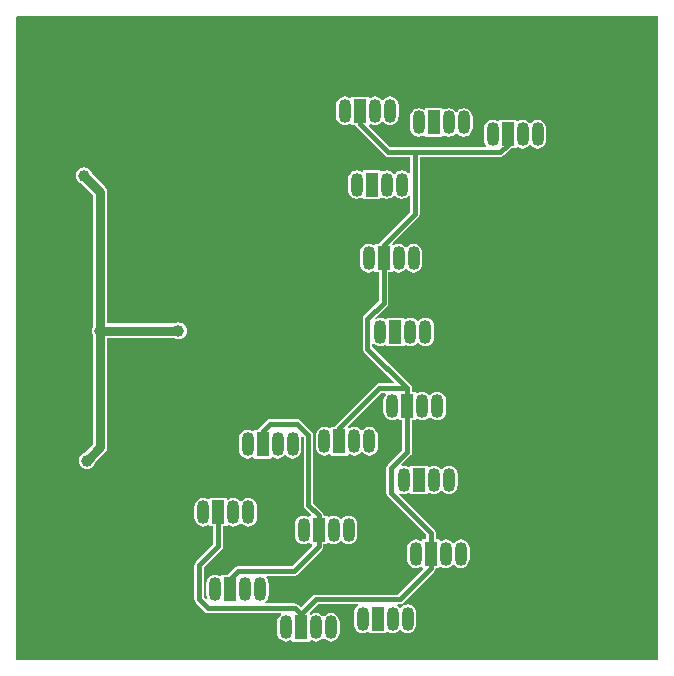
<source format=gtl>
%FSLAX25Y25*%
%MOIN*%
G70*
G01*
G75*
G04 Layer_Physical_Order=1*
G04 Layer_Color=255*
%ADD10C,0.03150*%
%ADD11C,0.01575*%
%ADD12O,0.04213X0.07874*%
%ADD13R,0.04213X0.07874*%
%ADD14C,0.03937*%
G36*
X215059Y215551D02*
Y984D01*
X984D01*
Y215198D01*
X1338Y215551D01*
X215059Y215551D01*
D02*
G37*
%LPC*%
G36*
X23622Y165181D02*
X22903Y165087D01*
X22232Y164809D01*
X21657Y164367D01*
X21215Y163792D01*
X20937Y163121D01*
X20842Y162402D01*
X20937Y161682D01*
X21215Y161012D01*
X21657Y160436D01*
X22232Y159994D01*
X22900Y159718D01*
X26627Y155991D01*
Y112115D01*
X26351Y111448D01*
X26256Y110728D01*
X26351Y110009D01*
X26627Y109342D01*
Y72848D01*
X23884Y70105D01*
X23216Y69829D01*
X22641Y69387D01*
X22199Y68811D01*
X21921Y68141D01*
X21827Y67421D01*
X21921Y66702D01*
X22199Y66031D01*
X22641Y65456D01*
X23216Y65014D01*
X23887Y64736D01*
X24606Y64642D01*
X25326Y64736D01*
X25996Y65014D01*
X26572Y65456D01*
X27014Y66031D01*
X27290Y66699D01*
X30738Y70147D01*
X31051Y70616D01*
X31261Y70929D01*
X31444Y71850D01*
Y108320D01*
X53731D01*
X54399Y108043D01*
X55118Y107949D01*
X55838Y108043D01*
X56508Y108321D01*
X57084Y108763D01*
X57525Y109339D01*
X57803Y110009D01*
X57898Y110728D01*
X57803Y111448D01*
X57525Y112118D01*
X57084Y112694D01*
X56508Y113136D01*
X55838Y113413D01*
X55118Y113508D01*
X54399Y113413D01*
X53731Y113137D01*
X31444D01*
Y156988D01*
X31261Y157910D01*
X30738Y158691D01*
X26306Y163124D01*
X26029Y163792D01*
X25588Y164367D01*
X25012Y164809D01*
X24341Y165087D01*
X23622Y165181D01*
D02*
G37*
G36*
X125610Y188804D02*
X124855Y188705D01*
X124151Y188414D01*
X123547Y187950D01*
X123360Y187707D01*
X122860D01*
X122674Y187950D01*
X122070Y188414D01*
X121366Y188705D01*
X120610Y188804D01*
X119855Y188705D01*
X119151Y188414D01*
X119004Y188301D01*
X118504Y188547D01*
Y188780D01*
X112717D01*
Y188547D01*
X112217Y188301D01*
X112070Y188414D01*
X111366Y188705D01*
X110610Y188804D01*
X109855Y188705D01*
X109151Y188414D01*
X108546Y187950D01*
X108083Y187345D01*
X107791Y186641D01*
X107692Y185886D01*
Y182225D01*
X107791Y181469D01*
X108083Y180765D01*
X108546Y180161D01*
X109151Y179697D01*
X109855Y179405D01*
X110610Y179306D01*
X111366Y179405D01*
X112070Y179697D01*
X112217Y179810D01*
X112717Y179563D01*
Y179331D01*
X114071D01*
X114107Y179153D01*
X114127Y179051D01*
X114475Y178530D01*
X123865Y169140D01*
X124386Y168792D01*
X124487Y168772D01*
X125000Y168670D01*
X125000Y168670D01*
X132253D01*
Y163329D01*
X131753Y163159D01*
X131611Y163343D01*
X131007Y163807D01*
X130303Y164099D01*
X129547Y164198D01*
X128792Y164099D01*
X128088Y163807D01*
X127483Y163343D01*
X127297Y163101D01*
X126797D01*
X126611Y163343D01*
X126007Y163807D01*
X125303Y164099D01*
X124547Y164198D01*
X123792Y164099D01*
X123088Y163807D01*
X122941Y163695D01*
X122441Y163941D01*
Y164173D01*
X116654D01*
Y163941D01*
X116154Y163695D01*
X116007Y163807D01*
X115303Y164099D01*
X114547Y164198D01*
X113792Y164099D01*
X113088Y163807D01*
X112484Y163343D01*
X112020Y162739D01*
X111728Y162035D01*
X111629Y161280D01*
Y157618D01*
X111728Y156863D01*
X112020Y156159D01*
X112484Y155554D01*
X113088Y155090D01*
X113792Y154799D01*
X114547Y154700D01*
X115303Y154799D01*
X116007Y155090D01*
X116154Y155203D01*
X116654Y154957D01*
Y154725D01*
X122441D01*
Y154957D01*
X122941Y155203D01*
X123088Y155090D01*
X123792Y154799D01*
X124547Y154700D01*
X125303Y154799D01*
X126007Y155090D01*
X126611Y155554D01*
X126797Y155797D01*
X127297D01*
X127483Y155554D01*
X128088Y155090D01*
X128792Y154799D01*
X129547Y154700D01*
X130303Y154799D01*
X131007Y155090D01*
X131611Y155554D01*
X131753Y155739D01*
X132253Y155569D01*
Y150271D01*
X122349Y140368D01*
X122001Y139847D01*
X121981Y139745D01*
X121945Y139567D01*
X120591D01*
Y139335D01*
X120091Y139088D01*
X119944Y139201D01*
X119240Y139492D01*
X118484Y139592D01*
X117729Y139492D01*
X117025Y139201D01*
X116420Y138737D01*
X115957Y138133D01*
X115665Y137429D01*
X115566Y136673D01*
Y133012D01*
X115665Y132256D01*
X115957Y131553D01*
X116420Y130948D01*
X117025Y130484D01*
X117729Y130193D01*
X118484Y130093D01*
X119240Y130193D01*
X119944Y130484D01*
X120091Y130597D01*
X120591Y130350D01*
Y130118D01*
X121879D01*
Y120704D01*
X116975Y115801D01*
X116627Y115280D01*
X116607Y115178D01*
X116505Y114665D01*
X116505Y114665D01*
Y104784D01*
X116505Y104783D01*
X116607Y104271D01*
X116627Y104169D01*
X116975Y103648D01*
X127020Y93603D01*
X126829Y93141D01*
X122047D01*
X121433Y93019D01*
X120912Y92671D01*
X120912Y92671D01*
X107585Y79344D01*
X107237Y78823D01*
X107217Y78721D01*
X107181Y78543D01*
X105827D01*
Y78311D01*
X105327Y78065D01*
X105180Y78177D01*
X104476Y78469D01*
X103720Y78568D01*
X102965Y78469D01*
X102261Y78177D01*
X101657Y77714D01*
X101193Y77109D01*
X100901Y76405D01*
X100802Y75650D01*
Y71988D01*
X100901Y71233D01*
X101193Y70529D01*
X101657Y69924D01*
X102261Y69461D01*
X102965Y69169D01*
X103720Y69070D01*
X104476Y69169D01*
X105180Y69461D01*
X105327Y69573D01*
X105827Y69327D01*
Y69095D01*
X111614D01*
Y69327D01*
X112114Y69573D01*
X112261Y69461D01*
X112965Y69169D01*
X113721Y69070D01*
X114476Y69169D01*
X115180Y69461D01*
X115784Y69924D01*
X115971Y70167D01*
X116471D01*
X116657Y69924D01*
X117261Y69461D01*
X117965Y69169D01*
X118720Y69070D01*
X119476Y69169D01*
X120180Y69461D01*
X120784Y69924D01*
X121248Y70529D01*
X121540Y71233D01*
X121639Y71988D01*
Y75650D01*
X121540Y76405D01*
X121248Y77109D01*
X120784Y77714D01*
X120180Y78177D01*
X119476Y78469D01*
X118720Y78568D01*
X117965Y78469D01*
X117261Y78177D01*
X116657Y77714D01*
X116471Y77471D01*
X115971D01*
X115784Y77714D01*
X115180Y78177D01*
X114476Y78469D01*
X113721Y78568D01*
X112965Y78469D01*
X112261Y78177D01*
X112114Y78065D01*
X111909Y78166D01*
X111614Y78543D01*
X111767Y78984D01*
X122712Y89930D01*
X124073D01*
X124222Y89430D01*
X123831Y88920D01*
X123539Y88216D01*
X123440Y87461D01*
Y83799D01*
X123539Y83044D01*
X123831Y82340D01*
X124294Y81735D01*
X124899Y81272D01*
X125603Y80980D01*
X126358Y80881D01*
X127114Y80980D01*
X127818Y81272D01*
X127965Y81384D01*
X128465Y81138D01*
Y80906D01*
X129753D01*
Y71000D01*
X124849Y66096D01*
X124501Y65575D01*
X124481Y65473D01*
X124379Y64961D01*
X124379Y64961D01*
Y56595D01*
X124379Y56595D01*
X124481Y56082D01*
X124501Y55980D01*
X124849Y55459D01*
X137627Y42681D01*
Y41142D01*
X136339D01*
Y40909D01*
X135839Y40663D01*
X135692Y40776D01*
X134988Y41067D01*
X134232Y41167D01*
X133477Y41067D01*
X132773Y40776D01*
X132168Y40312D01*
X131705Y39707D01*
X131413Y39004D01*
X131314Y38248D01*
Y34587D01*
X131413Y33831D01*
X131705Y33127D01*
X132168Y32523D01*
X132773Y32059D01*
X133477Y31767D01*
X134232Y31668D01*
X134988Y31767D01*
X135692Y32059D01*
X135839Y32172D01*
X136339Y31925D01*
Y31693D01*
X136545D01*
X136736Y31231D01*
X128272Y22767D01*
X100886D01*
X100886Y22767D01*
X100373Y22665D01*
X100271Y22645D01*
X99751Y22297D01*
X95925Y18472D01*
X95053Y19344D01*
X94532Y19692D01*
X94430Y19712D01*
X93917Y19814D01*
X93917Y19814D01*
X83982D01*
X83904Y19968D01*
X83849Y20314D01*
X84367Y20712D01*
X84831Y21316D01*
X85122Y22020D01*
X85222Y22776D01*
Y26437D01*
X85122Y27193D01*
X84831Y27896D01*
X84440Y28406D01*
X84589Y28906D01*
X93504D01*
X93504Y28906D01*
X94016Y29008D01*
X94118Y29028D01*
X94639Y29377D01*
X102966Y37703D01*
X103314Y38224D01*
X103436Y38839D01*
Y39567D01*
X104725D01*
Y39799D01*
X105225Y40046D01*
X105371Y39933D01*
X106075Y39641D01*
X106831Y39542D01*
X107586Y39641D01*
X108290Y39933D01*
X108895Y40397D01*
X109081Y40639D01*
X109581D01*
X109767Y40397D01*
X110371Y39933D01*
X111075Y39641D01*
X111831Y39542D01*
X112586Y39641D01*
X113290Y39933D01*
X113895Y40397D01*
X114358Y41001D01*
X114650Y41705D01*
X114749Y42461D01*
Y46122D01*
X114650Y46878D01*
X114358Y47581D01*
X113895Y48186D01*
X113290Y48650D01*
X112586Y48941D01*
X111831Y49041D01*
X111075Y48941D01*
X110371Y48650D01*
X109767Y48186D01*
X109581Y47943D01*
X109081D01*
X108895Y48186D01*
X108290Y48650D01*
X107586Y48941D01*
X106831Y49041D01*
X106075Y48941D01*
X105371Y48650D01*
X105225Y48537D01*
X104725Y48784D01*
Y49016D01*
X103834D01*
X103436Y49252D01*
X103334Y49764D01*
X103314Y49867D01*
X102966Y50387D01*
X102966Y50387D01*
X100031Y53323D01*
Y75788D01*
X99909Y76402D01*
X99561Y76923D01*
X99561Y76923D01*
X95624Y80860D01*
X95103Y81208D01*
X95001Y81228D01*
X94488Y81330D01*
X94488Y81330D01*
X85630D01*
X85015Y81208D01*
X84495Y80860D01*
X84495Y80860D01*
X81995Y78360D01*
X81647Y77839D01*
X81626Y77737D01*
X81591Y77559D01*
X80236D01*
Y77327D01*
X79736Y77080D01*
X79589Y77193D01*
X78885Y77485D01*
X78130Y77584D01*
X77375Y77485D01*
X76671Y77193D01*
X76066Y76729D01*
X75602Y76125D01*
X75311Y75421D01*
X75211Y74665D01*
Y71004D01*
X75311Y70249D01*
X75602Y69545D01*
X76066Y68940D01*
X76671Y68476D01*
X77375Y68185D01*
X78130Y68085D01*
X78885Y68185D01*
X79589Y68476D01*
X79736Y68589D01*
X80236Y68343D01*
Y68110D01*
X86024D01*
Y68343D01*
X86524Y68589D01*
X86671Y68476D01*
X87375Y68185D01*
X88130Y68085D01*
X88885Y68185D01*
X89589Y68476D01*
X90194Y68940D01*
X90380Y69183D01*
X90880D01*
X91066Y68940D01*
X91671Y68476D01*
X92374Y68185D01*
X93130Y68085D01*
X93885Y68185D01*
X94589Y68476D01*
X95194Y68940D01*
X95658Y69545D01*
X95949Y70249D01*
X96049Y71004D01*
Y74665D01*
X95970Y75265D01*
X96430Y75512D01*
X96820Y75122D01*
Y52658D01*
X96820Y52658D01*
X96921Y52145D01*
X96942Y52043D01*
X97290Y51522D01*
X99334Y49478D01*
X99143Y49016D01*
X98937D01*
Y48784D01*
X98437Y48537D01*
X98290Y48650D01*
X97586Y48941D01*
X96831Y49041D01*
X96075Y48941D01*
X95371Y48650D01*
X94767Y48186D01*
X94303Y47581D01*
X94011Y46878D01*
X93912Y46122D01*
Y42461D01*
X94011Y41705D01*
X94303Y41001D01*
X94767Y40397D01*
X95371Y39933D01*
X96075Y39641D01*
X96831Y39542D01*
X97586Y39641D01*
X98290Y39933D01*
X98437Y40046D01*
X98937Y39799D01*
Y39567D01*
X99581D01*
X99788Y39067D01*
X92839Y32118D01*
X74803D01*
X74189Y31995D01*
X73668Y31647D01*
X73668Y31647D01*
X71351Y29331D01*
X69410D01*
Y29098D01*
X68910Y28852D01*
X68762Y28965D01*
X68059Y29256D01*
X67303Y29356D01*
X66548Y29256D01*
X65844Y28965D01*
X65239Y28501D01*
X64776Y27896D01*
X64484Y27193D01*
X64385Y26437D01*
Y22776D01*
X64484Y22020D01*
X64736Y21411D01*
X64312Y21128D01*
X63614Y21827D01*
Y31815D01*
X69502Y37703D01*
X69502Y37703D01*
X69850Y38224D01*
X69972Y38839D01*
Y45472D01*
X71260D01*
Y45705D01*
X71760Y45951D01*
X71907Y45838D01*
X72611Y45547D01*
X73366Y45447D01*
X74122Y45547D01*
X74826Y45838D01*
X75430Y46302D01*
X75616Y46545D01*
X76116D01*
X76302Y46302D01*
X76907Y45838D01*
X77611Y45547D01*
X78366Y45447D01*
X79122Y45547D01*
X79826Y45838D01*
X80430Y46302D01*
X80894Y46907D01*
X81185Y47611D01*
X81285Y48366D01*
Y52028D01*
X81185Y52783D01*
X80894Y53487D01*
X80430Y54091D01*
X79826Y54555D01*
X79122Y54847D01*
X78366Y54946D01*
X77611Y54847D01*
X76907Y54555D01*
X76302Y54091D01*
X76116Y53849D01*
X75616D01*
X75430Y54091D01*
X74826Y54555D01*
X74122Y54847D01*
X73366Y54946D01*
X72611Y54847D01*
X71907Y54555D01*
X71760Y54443D01*
X71260Y54689D01*
Y54921D01*
X65473D01*
Y54689D01*
X64973Y54443D01*
X64825Y54555D01*
X64122Y54847D01*
X63366Y54946D01*
X62611Y54847D01*
X61907Y54555D01*
X61302Y54091D01*
X60839Y53487D01*
X60547Y52783D01*
X60448Y52028D01*
Y48366D01*
X60547Y47611D01*
X60839Y46907D01*
X61302Y46302D01*
X61907Y45838D01*
X62611Y45547D01*
X63366Y45447D01*
X64122Y45547D01*
X64825Y45838D01*
X64973Y45951D01*
X65473Y45705D01*
Y45472D01*
X66760D01*
Y39504D01*
X60873Y33616D01*
X60524Y33095D01*
X60504Y32993D01*
X60402Y32480D01*
X60402Y32480D01*
Y21161D01*
X60402Y21161D01*
X60504Y20649D01*
X60524Y20547D01*
X60873Y20026D01*
X63825Y17073D01*
X63825Y17073D01*
X64346Y16725D01*
X64961Y16603D01*
X89246D01*
X89324Y16450D01*
X89379Y16103D01*
X88861Y15706D01*
X88398Y15101D01*
X88106Y14397D01*
X88007Y13642D01*
Y9980D01*
X88106Y9225D01*
X88398Y8521D01*
X88861Y7916D01*
X89466Y7453D01*
X90170Y7161D01*
X90925Y7062D01*
X91681Y7161D01*
X92385Y7453D01*
X92532Y7565D01*
X93032Y7319D01*
Y7087D01*
X98819D01*
Y7319D01*
X99319Y7565D01*
X99466Y7453D01*
X100170Y7161D01*
X100925Y7062D01*
X101681Y7161D01*
X102385Y7453D01*
X102989Y7916D01*
X103175Y8159D01*
X103675D01*
X103861Y7916D01*
X104466Y7453D01*
X105170Y7161D01*
X105925Y7062D01*
X106681Y7161D01*
X107385Y7453D01*
X107989Y7916D01*
X108453Y8521D01*
X108745Y9225D01*
X108844Y9980D01*
Y13642D01*
X108745Y14397D01*
X108453Y15101D01*
X107989Y15706D01*
X107385Y16169D01*
X106681Y16461D01*
X105925Y16560D01*
X105170Y16461D01*
X104466Y16169D01*
X103861Y15706D01*
X103675Y15463D01*
X103175D01*
X102989Y15706D01*
X102385Y16169D01*
X101681Y16461D01*
X100925Y16560D01*
X100170Y16461D01*
X99466Y16169D01*
X99319Y16057D01*
X99114Y16158D01*
X98819Y16535D01*
X98972Y16976D01*
X101551Y19556D01*
X114837D01*
X114915Y19402D01*
X114970Y19056D01*
X114452Y18658D01*
X113988Y18054D01*
X113697Y17350D01*
X113597Y16594D01*
Y12933D01*
X113697Y12178D01*
X113988Y11474D01*
X114452Y10869D01*
X115056Y10406D01*
X115760Y10114D01*
X116516Y10014D01*
X117271Y10114D01*
X117975Y10406D01*
X118122Y10518D01*
X118622Y10272D01*
Y10039D01*
X124409D01*
Y10272D01*
X124909Y10518D01*
X125056Y10406D01*
X125760Y10114D01*
X126516Y10014D01*
X127271Y10114D01*
X127975Y10406D01*
X128580Y10869D01*
X128766Y11112D01*
X129266D01*
X129452Y10869D01*
X130056Y10406D01*
X130760Y10114D01*
X131516Y10014D01*
X132271Y10114D01*
X132975Y10406D01*
X133580Y10869D01*
X134043Y11474D01*
X134335Y12178D01*
X134434Y12933D01*
Y16594D01*
X134335Y17350D01*
X134043Y18054D01*
X133580Y18658D01*
X132975Y19122D01*
X132271Y19414D01*
X131516Y19513D01*
X130760Y19414D01*
X130056Y19122D01*
X129452Y18658D01*
X129266Y18416D01*
X128766D01*
X128580Y18658D01*
X128062Y19056D01*
X128117Y19402D01*
X128195Y19556D01*
X128937D01*
X128937Y19556D01*
X129450Y19658D01*
X129551Y19678D01*
X130072Y20026D01*
X140368Y30321D01*
X140716Y30842D01*
X140736Y30944D01*
X140838Y31457D01*
X141236Y31693D01*
X142126D01*
Y31925D01*
X142626Y32172D01*
X142773Y32059D01*
X143477Y31767D01*
X144232Y31668D01*
X144988Y31767D01*
X145692Y32059D01*
X146296Y32523D01*
X146482Y32765D01*
X146982D01*
X147169Y32523D01*
X147773Y32059D01*
X148477Y31767D01*
X149232Y31668D01*
X149988Y31767D01*
X150692Y32059D01*
X151296Y32523D01*
X151760Y33127D01*
X152051Y33831D01*
X152151Y34587D01*
Y38248D01*
X152051Y39004D01*
X151760Y39707D01*
X151296Y40312D01*
X150692Y40776D01*
X149988Y41067D01*
X149232Y41167D01*
X148477Y41067D01*
X147773Y40776D01*
X147169Y40312D01*
X146982Y40069D01*
X146482D01*
X146296Y40312D01*
X145692Y40776D01*
X144988Y41067D01*
X144232Y41167D01*
X143477Y41067D01*
X142773Y40776D01*
X142626Y40663D01*
X142126Y40909D01*
Y41142D01*
X140838D01*
Y43347D01*
X140838Y43347D01*
X140736Y43859D01*
X140716Y43961D01*
X140368Y44482D01*
X128647Y56202D01*
X128930Y56626D01*
X129540Y56374D01*
X130295Y56274D01*
X131051Y56374D01*
X131755Y56665D01*
X131902Y56778D01*
X132402Y56532D01*
Y56299D01*
X138189D01*
Y56532D01*
X138689Y56778D01*
X138836Y56665D01*
X139540Y56374D01*
X140295Y56274D01*
X141051Y56374D01*
X141755Y56665D01*
X142359Y57129D01*
X142545Y57372D01*
X143045D01*
X143231Y57129D01*
X143836Y56665D01*
X144540Y56374D01*
X145295Y56274D01*
X146051Y56374D01*
X146755Y56665D01*
X147359Y57129D01*
X147823Y57734D01*
X148115Y58438D01*
X148214Y59193D01*
Y62854D01*
X148115Y63610D01*
X147823Y64314D01*
X147359Y64918D01*
X146755Y65382D01*
X146051Y65674D01*
X145295Y65773D01*
X144540Y65674D01*
X143836Y65382D01*
X143231Y64918D01*
X143045Y64675D01*
X142545D01*
X142359Y64918D01*
X141755Y65382D01*
X141051Y65674D01*
X140295Y65773D01*
X139540Y65674D01*
X138836Y65382D01*
X138689Y65269D01*
X138189Y65516D01*
Y65748D01*
X132402D01*
Y65516D01*
X131902Y65269D01*
X131755Y65382D01*
X131051Y65674D01*
X130295Y65773D01*
X129696Y65694D01*
X129449Y66154D01*
X132494Y69199D01*
X132494Y69199D01*
X132842Y69720D01*
X132862Y69822D01*
X132964Y70335D01*
X132964Y70335D01*
Y80906D01*
X134252D01*
Y81138D01*
X134752Y81384D01*
X134899Y81272D01*
X135603Y80980D01*
X136358Y80881D01*
X137114Y80980D01*
X137818Y81272D01*
X138422Y81735D01*
X138608Y81978D01*
X139108D01*
X139295Y81735D01*
X139899Y81272D01*
X140603Y80980D01*
X141358Y80881D01*
X142114Y80980D01*
X142818Y81272D01*
X143422Y81735D01*
X143886Y82340D01*
X144177Y83044D01*
X144277Y83799D01*
Y87461D01*
X144177Y88216D01*
X143886Y88920D01*
X143422Y89525D01*
X142818Y89988D01*
X142114Y90280D01*
X141358Y90379D01*
X140603Y90280D01*
X139899Y89988D01*
X139295Y89525D01*
X139108Y89282D01*
X138608D01*
X138422Y89525D01*
X137818Y89988D01*
X137114Y90280D01*
X136358Y90379D01*
X135603Y90280D01*
X134899Y89988D01*
X134752Y89876D01*
X134252Y90122D01*
Y90354D01*
X132964D01*
Y91536D01*
X132842Y92150D01*
X132494Y92671D01*
X132494Y92671D01*
X119716Y105449D01*
Y106357D01*
X120216Y106526D01*
X120358Y106342D01*
X120962Y105878D01*
X121666Y105586D01*
X122421Y105487D01*
X123177Y105586D01*
X123881Y105878D01*
X124028Y105991D01*
X124528Y105744D01*
Y105512D01*
X130315D01*
Y105744D01*
X130815Y105991D01*
X130962Y105878D01*
X131666Y105586D01*
X132421Y105487D01*
X133177Y105586D01*
X133881Y105878D01*
X134485Y106342D01*
X134671Y106584D01*
X135171D01*
X135357Y106342D01*
X135962Y105878D01*
X136666Y105586D01*
X137421Y105487D01*
X138177Y105586D01*
X138881Y105878D01*
X139485Y106342D01*
X139949Y106946D01*
X140241Y107650D01*
X140340Y108406D01*
Y112067D01*
X140241Y112822D01*
X139949Y113526D01*
X139485Y114131D01*
X138881Y114595D01*
X138177Y114886D01*
X137421Y114986D01*
X136666Y114886D01*
X135962Y114595D01*
X135357Y114131D01*
X135171Y113888D01*
X134671D01*
X134485Y114131D01*
X133881Y114595D01*
X133177Y114886D01*
X132421Y114986D01*
X131666Y114886D01*
X130962Y114595D01*
X130815Y114482D01*
X130315Y114728D01*
Y114961D01*
X124528D01*
Y114728D01*
X124028Y114482D01*
X123881Y114595D01*
X123177Y114886D01*
X122421Y114986D01*
X121666Y114886D01*
X121056Y114634D01*
X120773Y115058D01*
X124620Y118904D01*
X124620Y118904D01*
X124968Y119425D01*
X124988Y119527D01*
X125090Y120039D01*
X125090Y120039D01*
Y130118D01*
X126378D01*
Y130350D01*
X126878Y130597D01*
X127025Y130484D01*
X127729Y130193D01*
X128484Y130093D01*
X129240Y130193D01*
X129944Y130484D01*
X130548Y130948D01*
X130734Y131191D01*
X131234D01*
X131421Y130948D01*
X132025Y130484D01*
X132729Y130193D01*
X133484Y130093D01*
X134240Y130193D01*
X134944Y130484D01*
X135548Y130948D01*
X136012Y131553D01*
X136303Y132256D01*
X136403Y133012D01*
Y136673D01*
X136303Y137429D01*
X136012Y138133D01*
X135548Y138737D01*
X134944Y139201D01*
X134240Y139492D01*
X133484Y139592D01*
X132729Y139492D01*
X132025Y139201D01*
X131421Y138737D01*
X131234Y138494D01*
X130734D01*
X130548Y138737D01*
X129944Y139201D01*
X129240Y139492D01*
X128484Y139592D01*
X127729Y139492D01*
X127025Y139201D01*
X126878Y139088D01*
X126673Y139189D01*
X126378Y139567D01*
X126531Y140008D01*
X134994Y148471D01*
X135342Y148992D01*
X135362Y149094D01*
X135464Y149606D01*
X135464Y149606D01*
Y168670D01*
X162402D01*
X162402Y168670D01*
X162914Y168772D01*
X163016Y168792D01*
X163537Y169140D01*
X165853Y171457D01*
X167717D01*
Y171689D01*
X168217Y171936D01*
X168363Y171823D01*
X169068Y171531D01*
X169823Y171432D01*
X170578Y171531D01*
X171282Y171823D01*
X171887Y172287D01*
X172073Y172529D01*
X172573D01*
X172759Y172287D01*
X173363Y171823D01*
X174067Y171531D01*
X174823Y171432D01*
X175578Y171531D01*
X176282Y171823D01*
X176887Y172287D01*
X177350Y172891D01*
X177642Y173595D01*
X177742Y174350D01*
Y178012D01*
X177642Y178767D01*
X177350Y179471D01*
X176887Y180076D01*
X176282Y180540D01*
X175578Y180831D01*
X174823Y180930D01*
X174067Y180831D01*
X173363Y180540D01*
X172759Y180076D01*
X172573Y179833D01*
X172073D01*
X171887Y180076D01*
X171282Y180540D01*
X170578Y180831D01*
X169823Y180930D01*
X169068Y180831D01*
X168363Y180540D01*
X168217Y180427D01*
X167717Y180673D01*
Y180906D01*
X161929D01*
Y180673D01*
X161429Y180427D01*
X161282Y180540D01*
X160578Y180831D01*
X159823Y180930D01*
X159067Y180831D01*
X158363Y180540D01*
X157759Y180076D01*
X157295Y179471D01*
X157004Y178767D01*
X156904Y178012D01*
Y174350D01*
X157004Y173595D01*
X157295Y172891D01*
X157686Y172381D01*
X157537Y171881D01*
X125665D01*
X118657Y178890D01*
X118504Y179331D01*
X118799Y179709D01*
X119004Y179810D01*
X119151Y179697D01*
X119855Y179405D01*
X120610Y179306D01*
X121366Y179405D01*
X122070Y179697D01*
X122674Y180161D01*
X122860Y180403D01*
X123360D01*
X123547Y180161D01*
X124151Y179697D01*
X124855Y179405D01*
X125610Y179306D01*
X126366Y179405D01*
X127070Y179697D01*
X127674Y180161D01*
X128138Y180765D01*
X128429Y181469D01*
X128529Y182225D01*
Y185886D01*
X128429Y186641D01*
X128138Y187345D01*
X127674Y187950D01*
X127070Y188414D01*
X126366Y188705D01*
X125610Y188804D01*
D02*
G37*
G36*
X150217Y184868D02*
X149461Y184768D01*
X148757Y184476D01*
X148153Y184013D01*
X147967Y183770D01*
X147467D01*
X147280Y184013D01*
X146676Y184476D01*
X145972Y184768D01*
X145217Y184868D01*
X144461Y184768D01*
X143757Y184476D01*
X143610Y184364D01*
X143110Y184610D01*
Y184843D01*
X137323D01*
Y184610D01*
X136823Y184364D01*
X136676Y184476D01*
X135972Y184768D01*
X135217Y184868D01*
X134461Y184768D01*
X133757Y184476D01*
X133153Y184013D01*
X132689Y183408D01*
X132397Y182704D01*
X132298Y181949D01*
Y178287D01*
X132397Y177532D01*
X132689Y176828D01*
X133153Y176224D01*
X133757Y175760D01*
X134461Y175468D01*
X135217Y175369D01*
X135972Y175468D01*
X136676Y175760D01*
X136823Y175873D01*
X137323Y175626D01*
Y175394D01*
X143110D01*
Y175626D01*
X143610Y175873D01*
X143757Y175760D01*
X144461Y175468D01*
X145217Y175369D01*
X145972Y175468D01*
X146676Y175760D01*
X147280Y176224D01*
X147467Y176466D01*
X147967D01*
X148153Y176224D01*
X148757Y175760D01*
X149461Y175468D01*
X150217Y175369D01*
X150972Y175468D01*
X151676Y175760D01*
X152280Y176224D01*
X152744Y176828D01*
X153036Y177532D01*
X153135Y178287D01*
Y181949D01*
X153036Y182704D01*
X152744Y183408D01*
X152280Y184013D01*
X151676Y184476D01*
X150972Y184768D01*
X150217Y184868D01*
D02*
G37*
%LPD*%
D10*
X24606Y67421D02*
X29035Y71850D01*
Y110728D01*
X23622Y162402D02*
X29035Y156988D01*
Y110728D02*
Y156988D01*
Y110728D02*
X55118D01*
D11*
X131358Y85630D02*
Y91536D01*
X122047D02*
X131358D01*
X108721Y78209D02*
X122047Y91536D01*
X108721Y73819D02*
Y78209D01*
X62008Y32480D02*
X68366Y38839D01*
X164823Y172697D02*
Y176181D01*
X68366Y38839D02*
Y50197D01*
X83130Y77224D02*
X85630Y79725D01*
X83130Y72835D02*
Y77224D01*
X72303Y28012D02*
X74803Y30512D01*
X72303Y24606D02*
Y28012D01*
X74803Y30512D02*
X93504D01*
X101831Y38839D01*
Y44291D01*
X85630Y79725D02*
X94488D01*
X98425Y75788D01*
X115610Y179665D02*
Y184055D01*
X123484Y139232D02*
X133858Y149606D01*
X123484Y134843D02*
Y139232D01*
X118110Y104783D02*
X131358Y91536D01*
X118110Y104783D02*
Y114665D01*
X123484Y120039D01*
Y134843D01*
X139232Y31457D02*
Y36417D01*
X125984Y64961D02*
X131358Y70335D01*
Y85630D01*
X125984Y56595D02*
Y64961D01*
Y56595D02*
X139232Y43347D01*
Y36417D02*
Y43347D01*
X128937Y21161D02*
X139232Y31457D01*
X95925Y11811D02*
Y16201D01*
X100886Y21161D01*
X128937D01*
X93917Y18209D02*
X95925Y16201D01*
X62008Y21161D02*
Y32480D01*
Y21161D02*
X64961Y18209D01*
X93917D01*
X98425Y52658D02*
Y75788D01*
Y52658D02*
X101831Y49252D01*
Y44291D02*
Y49252D01*
X133858Y170276D02*
X162402D01*
X164823Y172697D01*
X115610Y179665D02*
X125000Y170276D01*
X133858D01*
Y149606D02*
Y170276D01*
D12*
X96831Y44291D02*
D03*
X106831D02*
D03*
X111831D02*
D03*
X118720Y73819D02*
D03*
X113721D02*
D03*
X103720D02*
D03*
X78130Y72835D02*
D03*
X88130D02*
D03*
X93130D02*
D03*
X78366Y50197D02*
D03*
X73366D02*
D03*
X63366D02*
D03*
X67303Y24606D02*
D03*
X77303D02*
D03*
X82303D02*
D03*
X131516Y14764D02*
D03*
X126516D02*
D03*
X116516D02*
D03*
X134232Y36417D02*
D03*
X144232D02*
D03*
X149232D02*
D03*
X145295Y61024D02*
D03*
X140295D02*
D03*
X130295D02*
D03*
X126358Y85630D02*
D03*
X136358D02*
D03*
X141358D02*
D03*
X137421Y110236D02*
D03*
X132421D02*
D03*
X122421D02*
D03*
X118484Y134843D02*
D03*
X128484D02*
D03*
X133484D02*
D03*
X129547Y159449D02*
D03*
X124547D02*
D03*
X114547D02*
D03*
X110610Y184055D02*
D03*
X120610D02*
D03*
X125610D02*
D03*
X150217Y180118D02*
D03*
X145217D02*
D03*
X135217D02*
D03*
X159823Y176181D02*
D03*
X169823D02*
D03*
X174823D02*
D03*
X105925Y11811D02*
D03*
X100925D02*
D03*
X90925D02*
D03*
D13*
X101831Y44291D02*
D03*
X108721Y73819D02*
D03*
X83130Y72835D02*
D03*
X68366Y50197D02*
D03*
X72303Y24606D02*
D03*
X121516Y14764D02*
D03*
X139232Y36417D02*
D03*
X135295Y61024D02*
D03*
X131358Y85630D02*
D03*
X127421Y110236D02*
D03*
X123484Y134843D02*
D03*
X119547Y159449D02*
D03*
X115610Y184055D02*
D03*
X140217Y180118D02*
D03*
X164823Y176181D02*
D03*
X95925Y11811D02*
D03*
D14*
X27067Y24606D02*
D03*
X24606Y67421D02*
D03*
X23622Y162402D02*
D03*
X29035Y110728D02*
D03*
X55118D02*
D03*
X23622Y144685D02*
D03*
X83169Y110728D02*
D03*
X83760Y141831D02*
D03*
X54626Y87106D02*
D03*
X61516Y185531D02*
D03*
M02*

</source>
